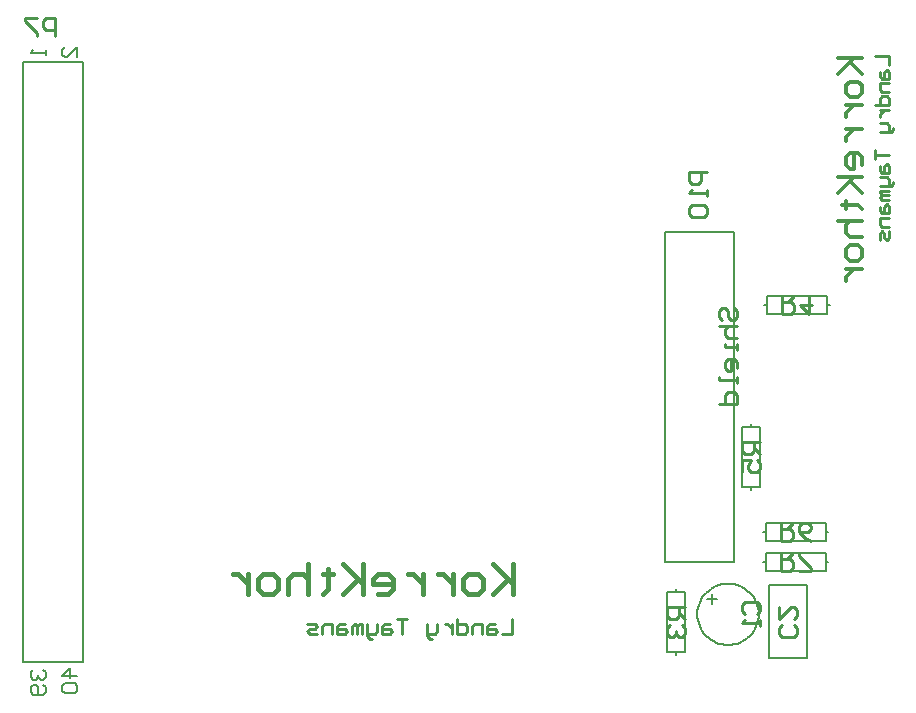
<source format=gbo>
G04*
G04 #@! TF.GenerationSoftware,Altium Limited,Altium Designer,21.1.1 (26)*
G04*
G04 Layer_Color=32896*
%FSLAX25Y25*%
%MOIN*%
G70*
G04*
G04 #@! TF.SameCoordinates,592B810C-F54D-4935-B22E-3467A51DD14B*
G04*
G04*
G04 #@! TF.FilePolarity,Positive*
G04*
G01*
G75*
%ADD11C,0.01000*%
%ADD14C,0.00787*%
%ADD15C,0.00800*%
%ADD16C,0.00900*%
%ADD59C,0.01400*%
%ADD60C,0.01800*%
D11*
X232999Y213998D02*
X227001D01*
Y210999D01*
X228001Y209999D01*
X230000D01*
X231000Y210999D01*
Y213998D01*
X232999Y207999D02*
Y206000D01*
Y207000D01*
X227001D01*
X228001Y207999D01*
Y203001D02*
X227001Y202001D01*
Y200002D01*
X228001Y199002D01*
X231999D01*
X232999Y200002D01*
Y202001D01*
X231999Y203001D01*
X228001D01*
X238001Y164496D02*
X237001Y165496D01*
Y167495D01*
X238001Y168495D01*
X239000D01*
X240000Y167495D01*
Y165496D01*
X241000Y164496D01*
X241999D01*
X242999Y165496D01*
Y167495D01*
X241999Y168495D01*
X237001Y162497D02*
X242999D01*
X240000D01*
X239000Y161497D01*
Y159498D01*
X240000Y158498D01*
X242999D01*
Y156499D02*
Y154499D01*
Y155499D01*
X239000D01*
Y156499D01*
X242999Y148501D02*
Y150501D01*
X241999Y151500D01*
X240000D01*
X239000Y150501D01*
Y148501D01*
X240000Y147502D01*
X241000D01*
Y151500D01*
X242999Y145502D02*
Y143503D01*
Y144503D01*
X237001D01*
Y145502D01*
Y136505D02*
X242999D01*
Y139504D01*
X241999Y140504D01*
X240000D01*
X239000Y139504D01*
Y136505D01*
X225499Y68998D02*
X219501D01*
Y65999D01*
X220501Y65000D01*
X222500D01*
X223500Y65999D01*
Y68998D01*
Y66999D02*
X225499Y65000D01*
X220501Y63000D02*
X219501Y62001D01*
Y60001D01*
X220501Y59002D01*
X221500D01*
X222500Y60001D01*
Y61001D01*
Y60001D01*
X223500Y59002D01*
X224499D01*
X225499Y60001D01*
Y62001D01*
X224499Y63000D01*
X258002Y172499D02*
Y166501D01*
X261001D01*
X262000Y167501D01*
Y169500D01*
X261001Y170500D01*
X258002D01*
X260001D02*
X262000Y172499D01*
X266999D02*
Y166501D01*
X264000Y169500D01*
X267998D01*
X250499Y123998D02*
X244501D01*
Y120999D01*
X245501Y120000D01*
X247500D01*
X248500Y120999D01*
Y123998D01*
Y121999D02*
X250499Y120000D01*
X244501Y114002D02*
Y118000D01*
X247500D01*
X246500Y116001D01*
Y115001D01*
X247500Y114002D01*
X249499D01*
X250499Y115001D01*
Y117001D01*
X249499Y118000D01*
X257502Y96999D02*
Y91001D01*
X260501D01*
X261500Y92001D01*
Y94000D01*
X260501Y95000D01*
X257502D01*
X259501D02*
X261500Y96999D01*
X267498Y91001D02*
X265499Y92001D01*
X263500Y94000D01*
Y95999D01*
X264499Y96999D01*
X266499D01*
X267498Y95999D01*
Y95000D01*
X266499Y94000D01*
X263500D01*
X257502Y86999D02*
Y81001D01*
X260501D01*
X261500Y82001D01*
Y84000D01*
X260501Y85000D01*
X257502D01*
X259501D02*
X261500Y86999D01*
X263500Y81001D02*
X267498D01*
Y82001D01*
X263500Y85999D01*
Y86999D01*
X245501Y66500D02*
X244501Y67500D01*
Y69499D01*
X245501Y70499D01*
X249499D01*
X250499Y69499D01*
Y67500D01*
X249499Y66500D01*
X250499Y64501D02*
Y62501D01*
Y63501D01*
X244501D01*
X245501Y64501D01*
X261999Y63000D02*
X262999Y62001D01*
Y60001D01*
X261999Y59002D01*
X258001D01*
X257001Y60001D01*
Y62001D01*
X258001Y63000D01*
X257001Y68998D02*
Y65000D01*
X261000Y68998D01*
X261999D01*
X262999Y67999D01*
Y65999D01*
X261999Y65000D01*
X15600Y259300D02*
Y265298D01*
X12601D01*
X11601Y264298D01*
Y262299D01*
X12601Y261299D01*
X15600D01*
X9602Y265298D02*
X5603D01*
Y264298D01*
X9602Y260300D01*
Y259300D01*
D14*
X250236Y66500D02*
X250187Y67503D01*
X250040Y68497D01*
X249795Y69471D01*
X249457Y70417D01*
X249027Y71325D01*
X248511Y72187D01*
X247913Y72994D01*
X247238Y73738D01*
X246494Y74413D01*
X245687Y75011D01*
X244825Y75528D01*
X243917Y75957D01*
X242971Y76295D01*
X241997Y76539D01*
X241003Y76687D01*
X240000Y76736D01*
X238997Y76687D01*
X238003Y76539D01*
X237029Y76295D01*
X236083Y75957D01*
X235175Y75528D01*
X234313Y75011D01*
X233506Y74413D01*
X232762Y73738D01*
X232087Y72994D01*
X231489Y72187D01*
X230973Y71325D01*
X230543Y70417D01*
X230205Y69471D01*
X229960Y68497D01*
X229813Y67503D01*
X229764Y66500D01*
X229813Y65497D01*
X229960Y64503D01*
X230205Y63529D01*
X230543Y62583D01*
X230973Y61675D01*
X231489Y60813D01*
X232087Y60006D01*
X232762Y59262D01*
X233506Y58587D01*
X234313Y57989D01*
X235175Y57472D01*
X236083Y57043D01*
X237029Y56704D01*
X238003Y56460D01*
X238997Y56313D01*
X240000Y56264D01*
X241003Y56313D01*
X241997Y56460D01*
X242971Y56704D01*
X243917Y57043D01*
X244825Y57472D01*
X245687Y57989D01*
X246494Y58587D01*
X247238Y59262D01*
X247913Y60006D01*
X248511Y60813D01*
X249027Y61675D01*
X249457Y62583D01*
X249795Y63529D01*
X250040Y64503D01*
X250187Y65497D01*
X250236Y66500D01*
X219000Y84000D02*
Y194000D01*
Y84000D02*
X242000D01*
X219000Y194000D02*
X242000D01*
Y84000D02*
Y194000D01*
X219500Y54000D02*
X222500D01*
X219500D02*
Y74000D01*
X225500D01*
Y54000D02*
Y74000D01*
X222500Y54000D02*
X225500D01*
X222500Y74000D02*
Y74900D01*
Y53100D02*
Y54000D01*
X273000Y166500D02*
Y169500D01*
X253000Y166500D02*
X273000D01*
X253000D02*
Y172500D01*
X273000D01*
Y169500D02*
Y172500D01*
X252100Y169500D02*
X253000D01*
X273000D02*
X273900D01*
X247500Y129000D02*
Y129900D01*
Y108100D02*
Y109000D01*
X244500Y129000D02*
X247500D01*
X244500Y109000D02*
Y129000D01*
Y109000D02*
X250500D01*
Y129000D01*
X247500D02*
X250500D01*
X272500Y91000D02*
Y94000D01*
X252500Y91000D02*
X272500D01*
X252500D02*
Y97000D01*
X272500D01*
Y94000D02*
Y97000D01*
X251600Y94000D02*
X252500D01*
X272500D02*
X273400D01*
X272500Y81000D02*
Y84000D01*
X252500Y81000D02*
X272500D01*
X252500D02*
Y87000D01*
X272500D01*
Y84000D02*
Y87000D01*
X251600Y84000D02*
X252500D01*
X272500D02*
X273400D01*
X266300Y51795D02*
Y76205D01*
X253700Y51795D02*
X266300D01*
X253700Y76205D02*
X266300D01*
X253700Y51795D02*
Y76205D01*
X25000Y50500D02*
Y250500D01*
X5000Y50500D02*
Y250500D01*
X25000D01*
X5000Y50500D02*
X25000D01*
D15*
X234534Y73200D02*
Y69868D01*
X232868Y71534D02*
X236200D01*
X23000Y252168D02*
Y255500D01*
X19668Y252168D01*
X18835D01*
X18002Y253001D01*
Y254667D01*
X18835Y255500D01*
X23000Y46001D02*
X18002D01*
X20501Y48500D01*
Y45168D01*
X18835Y43502D02*
X18002Y42669D01*
Y41002D01*
X18835Y40169D01*
X22167D01*
X23000Y41002D01*
Y42669D01*
X22167Y43502D01*
X18835D01*
X8335Y48000D02*
X7502Y47167D01*
Y45501D01*
X8335Y44668D01*
X9168D01*
X10001Y45501D01*
Y46334D01*
Y45501D01*
X10834Y44668D01*
X11667D01*
X12500Y45501D01*
Y47167D01*
X11667Y48000D01*
Y43002D02*
X12500Y42169D01*
Y40502D01*
X11667Y39669D01*
X8335D01*
X7502Y40502D01*
Y42169D01*
X8335Y43002D01*
X9168D01*
X10001Y42169D01*
Y39669D01*
X12500Y254500D02*
Y252834D01*
Y253667D01*
X7502D01*
X8335Y254500D01*
D16*
X168100Y65065D02*
Y60066D01*
X164768D01*
X162269Y63398D02*
X160602D01*
X159769Y62565D01*
Y60066D01*
X162269D01*
X163102Y60899D01*
X162269Y61732D01*
X159769D01*
X158103Y60066D02*
Y63398D01*
X155604D01*
X154771Y62565D01*
Y60066D01*
X149773Y65065D02*
Y60066D01*
X152272D01*
X153105Y60899D01*
Y62565D01*
X152272Y63398D01*
X149773D01*
X148107D02*
Y60066D01*
Y61732D01*
X147273Y62565D01*
X146440Y63398D01*
X145607D01*
X143108D02*
Y60899D01*
X142275Y60066D01*
X139776D01*
Y59233D01*
X140609Y58400D01*
X141442D01*
X139776Y60066D02*
Y63398D01*
X133111Y65065D02*
X129779D01*
X131445D01*
Y60066D01*
X127280Y63398D02*
X125614D01*
X124781Y62565D01*
Y60066D01*
X127280D01*
X128113Y60899D01*
X127280Y61732D01*
X124781D01*
X123115Y63398D02*
Y60899D01*
X122282Y60066D01*
X119782D01*
Y59233D01*
X120615Y58400D01*
X121449D01*
X119782Y60066D02*
Y63398D01*
X118116Y60066D02*
Y63398D01*
X117283D01*
X116450Y62565D01*
Y60066D01*
Y62565D01*
X115617Y63398D01*
X114784Y62565D01*
Y60066D01*
X112285Y63398D02*
X110619D01*
X109786Y62565D01*
Y60066D01*
X112285D01*
X113118Y60899D01*
X112285Y61732D01*
X109786D01*
X108119Y60066D02*
Y63398D01*
X105620D01*
X104787Y62565D01*
Y60066D01*
X103121D02*
X100622D01*
X99789Y60899D01*
X100622Y61732D01*
X102288D01*
X103121Y62565D01*
X102288Y63398D01*
X99789D01*
X289102Y252600D02*
X293601D01*
Y249601D01*
X290601Y247352D02*
Y245852D01*
X291351Y245102D01*
X293601D01*
Y247352D01*
X292851Y248101D01*
X292101Y247352D01*
Y245102D01*
X293601Y243603D02*
X290601D01*
Y241354D01*
X291351Y240604D01*
X293601D01*
X289102Y236105D02*
X293601D01*
Y238355D01*
X292851Y239104D01*
X291351D01*
X290601Y238355D01*
Y236105D01*
Y234606D02*
X293601D01*
X292101D01*
X291351Y233856D01*
X290601Y233106D01*
Y232357D01*
Y230107D02*
X292851D01*
X293601Y229358D01*
Y227108D01*
X294350D01*
X295100Y227858D01*
Y228608D01*
X293601Y227108D02*
X290601D01*
X289102Y221110D02*
Y218111D01*
Y219611D01*
X293601D01*
X290601Y215862D02*
Y214362D01*
X291351Y213613D01*
X293601D01*
Y215862D01*
X292851Y216612D01*
X292101Y215862D01*
Y213613D01*
X290601Y212113D02*
X292851D01*
X293601Y211363D01*
Y209114D01*
X294350D01*
X295100Y209864D01*
Y210613D01*
X293601Y209114D02*
X290601D01*
X293601Y207614D02*
X290601D01*
Y206865D01*
X291351Y206115D01*
X293601D01*
X291351D01*
X290601Y205365D01*
X291351Y204615D01*
X293601D01*
X290601Y202366D02*
Y200867D01*
X291351Y200117D01*
X293601D01*
Y202366D01*
X292851Y203116D01*
X292101Y202366D01*
Y200117D01*
X293601Y198617D02*
X290601D01*
Y196368D01*
X291351Y195618D01*
X293601D01*
Y194119D02*
Y191870D01*
X292851Y191120D01*
X292101Y191870D01*
Y193369D01*
X291351Y194119D01*
X290601Y193369D01*
Y191120D01*
D59*
X276603Y252100D02*
X284600D01*
X281934D01*
X276603Y246768D01*
X280601Y250767D01*
X284600Y246768D01*
Y242770D02*
Y240104D01*
X283267Y238771D01*
X280601D01*
X279268Y240104D01*
Y242770D01*
X280601Y244103D01*
X283267D01*
X284600Y242770D01*
X279268Y236105D02*
X284600D01*
X281934D01*
X280601Y234772D01*
X279268Y233439D01*
Y232106D01*
Y228108D02*
X284600D01*
X281934D01*
X280601Y226775D01*
X279268Y225442D01*
Y224109D01*
X284600Y216112D02*
Y218777D01*
X283267Y220110D01*
X280601D01*
X279268Y218777D01*
Y216112D01*
X280601Y214779D01*
X281934D01*
Y220110D01*
X276603Y212113D02*
X284600D01*
X281934D01*
X276603Y206781D01*
X280601Y210780D01*
X284600Y206781D01*
X277936Y202783D02*
X279268D01*
Y204116D01*
Y201450D01*
Y202783D01*
X283267D01*
X284600Y201450D01*
X276603Y197451D02*
X284600D01*
X280601D01*
X279268Y196118D01*
Y193452D01*
X280601Y192119D01*
X284600D01*
Y188121D02*
Y185455D01*
X283267Y184122D01*
X280601D01*
X279268Y185455D01*
Y188121D01*
X280601Y189454D01*
X283267D01*
X284600Y188121D01*
X279268Y181456D02*
X284600D01*
X281934D01*
X280601Y180123D01*
X279268Y178790D01*
Y177457D01*
D60*
X168200Y83297D02*
Y73300D01*
Y76632D01*
X161536Y83297D01*
X166534Y78298D01*
X161536Y73300D01*
X156537D02*
X153205D01*
X151539Y74966D01*
Y78298D01*
X153205Y79965D01*
X156537D01*
X158203Y78298D01*
Y74966D01*
X156537Y73300D01*
X148206Y79965D02*
Y73300D01*
Y76632D01*
X146540Y78298D01*
X144874Y79965D01*
X143208D01*
X138210D02*
Y73300D01*
Y76632D01*
X136544Y78298D01*
X134877Y79965D01*
X133211D01*
X123214Y73300D02*
X126547D01*
X128213Y74966D01*
Y78298D01*
X126547Y79965D01*
X123214D01*
X121548Y78298D01*
Y76632D01*
X128213D01*
X118216Y83297D02*
Y73300D01*
Y76632D01*
X111552Y83297D01*
X116550Y78298D01*
X111552Y73300D01*
X106553Y81631D02*
Y79965D01*
X108219D01*
X104887D01*
X106553D01*
Y74966D01*
X104887Y73300D01*
X99889Y83297D02*
Y73300D01*
Y78298D01*
X98223Y79965D01*
X94890D01*
X93224Y78298D01*
Y73300D01*
X88226D02*
X84894D01*
X83227Y74966D01*
Y78298D01*
X84894Y79965D01*
X88226D01*
X89892Y78298D01*
Y74966D01*
X88226Y73300D01*
X79895Y79965D02*
Y73300D01*
Y76632D01*
X78229Y78298D01*
X76563Y79965D01*
X74897D01*
M02*

</source>
